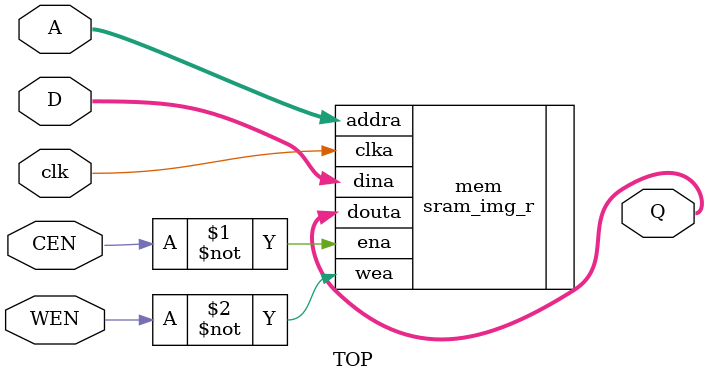
<source format=v>
module TOP (clk, CEN, WEN, A, D, Q);
input clk;
input CEN;
input WEN;
input [11:0] A;
input [35:0] D;
output [35:0] Q;

    sram_img_r mem(
        .douta(Q),
        .clka(clk),
        .ena(~CEN),
        .wea(~WEN),
        .addra(A),
        .dina(D)
        );

endmodule
</source>
